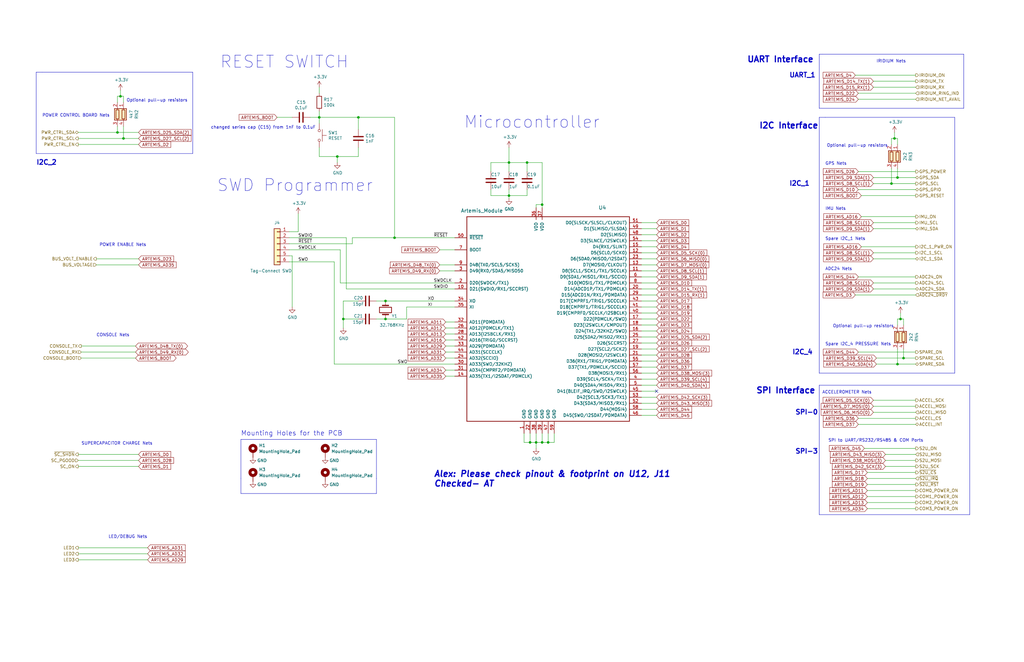
<source format=kicad_sch>
(kicad_sch (version 20230121) (generator eeschema)
  (paper "B")
  (title_block (title "LCP Controller ") (date "2024-07-22") (rev "0.4") (company "NOAA Pacific Marine Environmental Laboratory") (comment 1 "https://github.com/PaulZC/Artemis_Global_Tracker") (comment 2 "Based on Paul Clark's Sparkfun Artemis Global Tracker") (comment 3 "Current Design Updated by: Joseph Kurina") (comment 4 "Current design by: Matt Casari") (comment 5 "Current design modified by: Basharat Martin") (comment 6 "Current Design Updated by: Joseph Kurina"))
  (lib_symbols
    (symbol "Connector_Generic:Conn_01x06" (pin_names (offset 1.016) hide)
      (property "Reference" "J" (at 0 7.62 0))
      (property "Value" "Conn_01x06" (at 0 -10.16 0))
      (symbol "Conn_01x06_1_1"
        (rectangle (start -1.27 -7.493) (end 0 -7.747) (stroke (width 0.1524)))
        (rectangle (start -1.27 -4.953) (end 0 -5.207) (stroke (width 0.1524)))
        (rectangle (start -1.27 -2.413) (end 0 -2.667) (stroke (width 0.1524)))
        (rectangle (start -1.27 0.127) (end 0 -0.127) (stroke (width 0.1524)))
        (rectangle (start -1.27 2.667) (end 0 2.413) (stroke (width 0.1524)))
        (rectangle (start -1.27 5.207) (end 0 4.953) (stroke (width 0.1524)))
        (rectangle (start -1.27 6.35) (end 1.27 -8.89) (stroke (width 0.254)) (fill (type background)))
        (pin passive line (at -5.08 5.08 0) (length 3.81) (name "Pin_1") (number "1"))
        (pin passive line (at -5.08 2.54 0) (length 3.81) (name "Pin_2") (number "2"))
        (pin passive line (at -5.08 0 0) (length 3.81) (name "Pin_3") (number "3"))
        (pin passive line (at -5.08 -2.54 0) (length 3.81) (name "Pin_4") (number "4"))
        (pin passive line (at -5.08 -5.08 0) (length 3.81) (name "Pin_5") (number "5"))
        (pin passive line (at -5.08 -7.62 0) (length 3.81) (name "Pin_6") (number "6"))
      )
    )
    (symbol "Device:C" (pin_numbers hide) (pin_names (offset 0.254))
      (property "Reference" "C" (at 0.635 2.54 0))
      (property "Value" "C" (at 0.635 -2.54 0))
      (symbol "C_0_1"
        (polyline (pts (xy -2.032 -0.762) (xy 2.032 -0.762)) (stroke (width 0.508)))
        (polyline (pts (xy -2.032 0.762) (xy 2.032 0.762)) (stroke (width 0.508)))
      )
      (symbol "C_1_1"
        (pin passive line (at 0 3.81 270) (length 2.794) (name "~") (number "1"))
        (pin passive line (at 0 -3.81 90) (length 2.794) (name "~") (number "2"))
      )
    )
    (symbol "Device:Crystal" (pin_numbers hide) (pin_names (offset 1.016) hide)
      (property "Reference" "Y" (at 0 3.81 0))
      (property "Value" "Crystal" (at 0 -3.81 0))
      (symbol "Crystal_0_1"
        (rectangle (start -1.143 2.54) (end 1.143 -2.54) (stroke (width 0.3048)))
        (polyline (pts (xy -2.54 0) (xy -1.905 0)))
        (polyline (pts (xy -1.905 -1.27) (xy -1.905 1.27)) (stroke (width 0.508)))
        (polyline (pts (xy 1.905 -1.27) (xy 1.905 1.27)) (stroke (width 0.508)))
        (polyline (pts (xy 2.54 0) (xy 1.905 0)))
      )
      (symbol "Crystal_1_1"
        (pin passive line (at -3.81 0 0) (length 1.27) (name "1") (number "1"))
        (pin passive line (at 3.81 0 180) (length 1.27) (name "2") (number "2"))
      )
    )
    (symbol "Device:R" (pin_numbers hide) (pin_names (offset 0))
      (property "Reference" "R" (at 2.032 0 90))
      (property "Value" "R" (at 0 0 90))
      (symbol "R_0_1"
        (rectangle (start -1.016 -2.54) (end 1.016 2.54) (stroke (width 0.254)))
      )
      (symbol "R_1_1"
        (pin passive line (at 0 3.81 270) (length 1.27) (name "~") (number "1"))
        (pin passive line (at 0 -3.81 90) (length 1.27) (name "~") (number "2"))
      )
    )
    (symbol "Device:R_Pack02" (pin_names (offset 0) hide)
      (property "Reference" "RN" (at -5.08 0 90))
      (property "Value" "R_Pack02" (at 2.54 0 90))
      (symbol "R_Pack02_0_1"
        (rectangle (start -3.81 -2.413) (end 1.27 2.413) (stroke (width 0.254)) (fill (type background)))
        (rectangle (start -3.175 1.905) (end -1.905 -1.905) (stroke (width 0.254)))
        (rectangle (start -0.635 1.905) (end 0.635 -1.905) (stroke (width 0.254)))
        (polyline (pts (xy -2.54 -2.54) (xy -2.54 -1.905)))
        (polyline (pts (xy -2.54 1.905) (xy -2.54 2.54)))
        (polyline (pts (xy 0 -2.54) (xy 0 -1.905)))
        (polyline (pts (xy 0 1.905) (xy 0 2.54)))
      )
      (symbol "R_Pack02_1_1"
        (pin passive line (at -2.54 -5.08 90) (length 2.54) (name "R1.1") (number "1"))
        (pin passive line (at 0 -5.08 90) (length 2.54) (name "R2.1") (number "2"))
        (pin passive line (at 0 5.08 270) (length 2.54) (name "R2.2") (number "3"))
        (pin passive line (at -2.54 5.08 270) (length 2.54) (name "R1.2") (number "4"))
      )
    )
    (symbol "Mechanical:MountingHole_Pad" (pin_numbers hide) (pin_names (offset 1.016) hide)
      (property "Reference" "H" (at 0 6.35 0))
      (property "Value" "MountingHole_Pad" (at 0 4.445 0))
      (symbol "MountingHole_Pad_0_1"
        (circle (center 0 1.27) (radius 1.27) (stroke (width 1.27)))
      )
      (symbol "MountingHole_Pad_1_1"
        (pin input line (at 0 -2.54 90) (length 2.54) (name "1") (number "1"))
      )
    )
    (symbol "Sparkfun-Artemis:Artemis_Module" (pin_names (offset 1.016))
      (property "Reference" "U" (at -34.29 45.72 0))
      (property "Value" "Artemis_Module" (at -34.29 43.18 0))
      (symbol "Artemis_Module_1_1"
        (rectangle (start -34.29 40.64) (end 34.29 -45.72) (stroke (width 0.3048)))
        (pin power_in line (at -10.16 -50.8 90) (length 5.08) (name "GND") (number "1"))
        (pin bidirectional line (at -39.37 10.16 0) (length 5.08) (name "D21(SWDIO/RX1/SCCRST)") (number "10"))
        (pin bidirectional line (at 39.37 17.78 180) (length 5.08) (name "D8(SCL1/SCK1/TX1/SCCLK)") (number "11"))
        (pin bidirectional line (at 39.37 25.4 180) (length 5.08) (name "D5(SCL0/SCK0)") (number "12"))
        (pin bidirectional line (at 39.37 20.32 180) (length 5.08) (name "D7(MOSI0/CLKOUT)") (number "13"))
        (pin bidirectional line (at -39.37 -26.67 0) (length 5.08) (name "AD35(TX1/I2SDAT/PDMCLK)") (number "14"))
        (pin bidirectional line (at 39.37 27.94 180) (length 5.08) (name "D4(RX1/SLINT)") (number "15"))
        (pin bidirectional line (at 39.37 -7.62 180) (length 5.08) (name "D24(TX1/32KHZ/SWO)") (number "16"))
        (pin bidirectional line (at 39.37 -2.54 180) (length 5.08) (name "D22(PDMCLK/SWO)") (number "17"))
        (pin bidirectional line (at 39.37 -5.08 180) (length 5.08) (name "D23(I2SWCLK/CMPOUT)") (number "18"))
        (pin bidirectional line (at 39.37 -15.24 180) (length 5.08) (name "D27(SCL2/SCK2)") (number "19"))
        (pin bidirectional line (at -39.37 12.7 0) (length 5.08) (name "D20(SWDCK/TX1)") (number "2"))
        (pin bidirectional line (at 39.37 10.16 180) (length 5.08) (name "D14(ADCD1P/TX1/PDMCLK)") (number "20"))
        (pin bidirectional line (at 39.37 -17.78 180) (length 5.08) (name "D28(MOSI2/I2SWCLK)") (number "21"))
        (pin power_in line (at -7.62 -50.8 90) (length 5.08) (name "GND") (number "22"))
        (pin bidirectional line (at 39.37 22.86 180) (length 5.08) (name "D6(SDA0/MISO0/I2SDAT)") (number "23"))
        (pin bidirectional line (at -39.37 -19.05 0) (length 5.08) (name "AD32(SCCIO)") (number "24"))
        (pin bidirectional line (at 39.37 -10.16 180) (length 5.08) (name "D25(SDA2/MISO2/RX1)") (number "25"))
        (pin bidirectional line (at -39.37 -6.35 0) (length 5.08) (name "AD12(PDMCLK/TX1)") (number "26"))
        (pin bidirectional line (at 39.37 -12.7 180) (length 5.08) (name "D26(SCCRST)") (number "27"))
        (pin bidirectional line (at -39.37 -8.89 0) (length 5.08) (name "AD13(I2SBCLK/RX1)") (number "28"))
        (pin bidirectional line (at 39.37 7.62 180) (length 5.08) (name "D15(ADCD1N/RX1/PDMDATA)") (number "29"))
        (pin bidirectional line (at -39.37 17.78 0) (length 5.08) (name "D49(RX0/SDA5/MISO50") (number "3"))
        (pin bidirectional line (at -39.37 -21.59 0) (length 5.08) (name "AD33(SWO/32KHZ)") (number "30"))
        (pin bidirectional line (at -39.37 -24.13 0) (length 5.08) (name "AD34(CMPRF2/PDMDATA)") (number "31"))
        (pin bidirectional line (at -39.37 -3.81 0) (length 5.08) (name "AD11(PDMDATA)") (number "32"))
        (pin bidirectional line (at -39.37 -13.97 0) (length 5.08) (name "AD29(PDMDATA)") (number "33"))
        (pin input line (at -39.37 5.08 0) (length 5.08) (name "XO") (number "34"))
        (pin input line (at -39.37 2.54 0) (length 5.08) (name "XI") (number "35"))
        (pin power_in line (at -5.08 44.45 270) (length 5.08) (name "VDD") (number "36"))
        (pin power_in line (at -2.54 44.45 270) (length 5.08) (name "VDD") (number "37"))
        (pin power_in line (at -5.08 -50.8 90) (length 5.08) (name "GND") (number "38"))
        (pin power_in line (at -2.54 -50.8 90) (length 5.08) (name "GND") (number "39"))
        (pin bidirectional line (at 39.37 -27.94 180) (length 5.08) (name "D39(SCL4/SCK4/TX1)") (number "4"))
        (pin bidirectional line (at 39.37 0 180) (length 5.08) (name "D19(CMPRF0/SCCLK/I2SBCLK)") (number "40"))
        (pin bidirectional line (at 39.37 2.54 180) (length 5.08) (name "D18(CMPRF1/TRIG1/SCCCLK)") (number "41"))
        (pin bidirectional line (at -39.37 -11.43 0) (length 5.08) (name "AD16(TRIG0/SCCRST)") (number "42"))
        (pin bidirectional line (at 39.37 5.08 180) (length 5.08) (name "D17(CMPRF1/TRIG1/SCCCLK)") (number "43"))
        (pin bidirectional line (at -39.37 -16.51 0) (length 5.08) (name "AD31(SCCCLK)") (number "44"))
        (pin bidirectional line (at 39.37 -33.02 180) (length 5.08) (name "D41(BLEIF_IRQ/SWO/I2SWCLK)") (number "45"))
        (pin bidirectional line (at 39.37 -43.18 180) (length 5.08) (name "D45(SWO/I2SDAT/PDMDATA)") (number "46"))
        (pin power_in line (at 0 -50.8 90) (length 5.08) (name "GND") (number "47"))
        (pin bidirectional line (at 39.37 33.02 180) (length 5.08) (name "D2(SLMISO)") (number "48"))
        (pin bidirectional line (at 39.37 35.56 180) (length 5.08) (name "D1(SLMISO/SLSDA)") (number "49"))
        (pin bidirectional line (at 39.37 -30.48 180) (length 5.08) (name "D40(SDA4/MISO4/RX1)") (number "5"))
        (pin input line (at -39.37 31.75 0) (length 5.08) (name "~{RESET}") (number "50"))
        (pin bidirectional line (at 39.37 38.1 180) (length 5.08) (name "D0(SLSCK/SLSCL/CLKOUT)") (number "51"))
        (pin bidirectional line (at 39.37 -38.1 180) (length 5.08) (name "D43(SDA3/MISO3/RX1)") (number "52"))
        (pin bidirectional line (at 39.37 -35.56 180) (length 5.08) (name "D42(SCL3/SCK3/TX1)") (number "53"))
        (pin bidirectional line (at 39.37 30.48 180) (length 5.08) (name "D3(SLNCE/I2SWCLK)") (number "54"))
        (pin bidirectional line (at 39.37 -20.32 180) (length 5.08) (name "D36(RX1/TRIG1/PDMDATA)") (number "55"))
        (pin bidirectional line (at 39.37 -25.4 180) (length 5.08) (name "D38(MOSI3/RX1)") (number "56"))
        (pin bidirectional line (at 39.37 -22.86 180) (length 5.08) (name "D37(TX1/PDMCLK/SCCIO)") (number "57"))
        (pin bidirectional line (at 39.37 -40.64 180) (length 5.08) (name "D44(MOSI4)") (number "58"))
        (pin power_in line (at 2.54 -50.8 90) (length 5.08) (name "GND") (number "59"))
        (pin bidirectional line (at 39.37 15.24 180) (length 5.08) (name "D9(SDA1/MISO1/RX1/SCCIO)") (number "6"))
        (pin input line (at -39.37 26.67 0) (length 5.08) (name "BOOT") (number "7"))
        (pin bidirectional line (at 39.37 12.7 180) (length 5.08) (name "D10(MOSI1/TX1/PDMCLK)") (number "8"))
        (pin bidirectional line (at -39.37 20.32 0) (length 5.08) (name "D48(TX0/SCL5/SCK5)") (number "9"))
      )
    )
    (symbol "Switch:SW_Push" (pin_numbers hide) (pin_names (offset 1.016) hide)
      (property "Reference" "SW" (at 1.27 2.54 0))
      (property "Value" "SW_Push" (at 0 -1.524 0))
      (symbol "SW_Push_0_1"
        (circle (center -2.032 0) (radius 0.508))
        (polyline (pts (xy 0 1.27) (xy 0 3.048)))
        (polyline (pts (xy 2.54 1.27) (xy -2.54 1.27)))
        (circle (center 2.032 0) (radius 0.508))
        (pin passive line (at -5.08 0 0) (length 2.54) (name "1") (number "1"))
        (pin passive line (at 5.08 0 180) (length 2.54) (name "2") (number "2"))
      )
    )
    (symbol "power:+3.3V" (power) (pin_names (offset 0))
      (property "Value" "+3.3V" (at 0 3.556 0))
      (symbol "+3.3V_0_1"
        (polyline (pts (xy -0.762 1.27) (xy 0 2.54)))
        (polyline (pts (xy 0 0) (xy 0 2.54)))
        (polyline (pts (xy 0 2.54) (xy 0.762 1.27)))
      )
      (symbol "+3.3V_1_1"
        (pin power_in line (at 0 0 90) (length 0) hide (name "+3.3V") (number "1"))
      )
    )
    (symbol "power:GND" (power) (pin_names (offset 0))
      (property "Value" "GND" (at 0 -3.81 0))
      (symbol "GND_0_1"
        (polyline (pts (xy 0 0) (xy 0 -1.27) (xy 1.27 -1.27) (xy 0 -2.54) (xy -1.27 -1.27) (xy 0 -1.27)))
      )
      (symbol "GND_1_1"
        (pin power_in line (at 0 0 270) (length 0) hide (name "GND") (number "1"))
      )
    )
  )
  (junction (at 214.63 68.58))
  (junction (at 162.56 127))
  (junction (at 381 151.13))
  (junction (at 378.46 74.93))
  (junction (at 379.73 134.62))
  (junction (at 378.46 153.67))
  (junction (at 214.63 82.55))
  (junction (at 162.56 134.62))
  (junction (at 231.14 186.69))
  (junction (at 377.19 58.42))
  (junction (at 134.62 49.53))
  (junction (at 144.78 134.62))
  (junction (at 228.6 186.69))
  (junction (at 228.6 86.36))
  (junction (at 151.13 49.53))
  (junction (at 166.37 100.33))
  (junction (at 50.8 40.64))
  (junction (at 223.52 186.69))
  (junction (at 222.25 68.58))
  (junction (at 142.24 66.04))
  (junction (at 49.53 55.88))
  (junction (at 226.06 186.69))
  (junction (at 52.07 58.42))
  (junction (at 375.92 77.47))
  (no_connect (at 276.86 165.1))
  (wire (pts (xy 207.01 72.39) (xy 207.01 68.58)))
  (wire (pts (xy 151.13 49.53) (xy 166.37 49.53)))
  (wire (pts (xy 386.08 196.85) (xy 373.38 196.85)))
  (wire (pts (xy 50.8 38.1) (xy 50.8 40.64)))
  (wire (pts (xy 270.51 116.84) (xy 276.86 116.84)))
  (wire (pts (xy 270.51 106.68) (xy 276.86 106.68)))
  (polyline (pts (xy 345.44 162.56) (xy 408.94 162.56)))
  (wire (pts (xy 270.51 142.24) (xy 276.86 142.24)))
  (wire (pts (xy 191.77 158.75) (xy 187.96 158.75)))
  (wire (pts (xy 386.08 41.91) (xy 361.95 41.91)))
  (wire (pts (xy 49.53 40.64) (xy 50.8 40.64)))
  (wire (pts (xy 228.6 186.69) (xy 226.06 186.69)))
  (wire (pts (xy 361.95 72.39) (xy 386.08 72.39)))
  (wire (pts (xy 191.77 119.38) (xy 143.51 119.38)))
  (wire (pts (xy 191.77 135.89) (xy 187.96 135.89)))
  (wire (pts (xy 368.3 109.22) (xy 386.08 109.22)))
  (wire (pts (xy 378.46 147.32) (xy 378.46 153.67)))
  (wire (pts (xy 158.75 134.62) (xy 162.56 134.62)))
  (wire (pts (xy 228.6 68.58) (xy 228.6 86.36)))
  (wire (pts (xy 134.62 49.53) (xy 134.62 46.99)))
  (wire (pts (xy 146.05 121.92) (xy 191.77 121.92)))
  (polyline (pts (xy 402.59 49.53) (xy 402.59 157.48)))
  (wire (pts (xy 49.53 55.88) (xy 58.42 55.88)))
  (wire (pts (xy 386.08 179.07) (xy 361.95 179.07)))
  (wire (pts (xy 151.13 54.61) (xy 151.13 49.53)))
  (wire (pts (xy 166.37 100.33) (xy 191.77 100.33)))
  (wire (pts (xy 233.68 186.69) (xy 231.14 186.69)))
  (wire (pts (xy 270.51 175.26) (xy 276.86 175.26)))
  (wire (pts (xy 185.42 114.3) (xy 191.77 114.3)))
  (wire (pts (xy 276.86 127) (xy 270.51 127)))
  (wire (pts (xy 58.42 191.77) (xy 33.02 191.77)))
  (wire (pts (xy 365.76 207.01) (xy 386.08 207.01)))
  (wire (pts (xy 368.3 121.92) (xy 386.08 121.92)))
  (wire (pts (xy 187.96 156.21) (xy 191.77 156.21)))
  (wire (pts (xy 191.77 153.67) (xy 140.97 153.67)))
  (wire (pts (xy 151.13 127) (xy 144.78 127)))
  (wire (pts (xy 368.3 96.52) (xy 386.08 96.52)))
  (wire (pts (xy 121.92 97.79) (xy 125.73 97.79)))
  (wire (pts (xy 148.59 102.87) (xy 148.59 100.33)))
  (wire (pts (xy 191.77 140.97) (xy 187.96 140.97)))
  (wire (pts (xy 276.86 157.48) (xy 270.51 157.48)))
  (wire (pts (xy 276.86 152.4) (xy 270.51 152.4)))
  (wire (pts (xy 368.3 93.98) (xy 386.08 93.98)))
  (wire (pts (xy 134.62 62.23) (xy 134.62 66.04)))
  (wire (pts (xy 191.77 111.76) (xy 185.42 111.76)))
  (polyline (pts (xy 346.71 22.86) (xy 406.4 22.86)))
  (wire (pts (xy 270.51 154.94) (xy 276.86 154.94)))
  (polyline (pts (xy 402.59 157.48) (xy 345.44 157.48)))
  (wire (pts (xy 228.6 182.88) (xy 228.6 186.69)))
  (polyline (pts (xy 345.44 157.48) (xy 345.44 49.53)))
  (wire (pts (xy 375.92 58.42) (xy 375.92 60.96)))
  (polyline (pts (xy 101.6 201.93) (xy 101.6 208.28)))
  (wire (pts (xy 228.6 86.36) (xy 228.6 87.63)))
  (wire (pts (xy 379.73 132.08) (xy 379.73 134.62)))
  (polyline (pts (xy 345.44 22.86) (xy 346.71 22.86)))
  (wire (pts (xy 386.08 80.01) (xy 361.95 80.01)))
  (wire (pts (xy 377.19 58.42) (xy 378.46 58.42)))
  (wire (pts (xy 151.13 134.62) (xy 144.78 134.62)))
  (wire (pts (xy 171.45 134.62) (xy 162.56 134.62)))
  (wire (pts (xy 276.86 114.3) (xy 270.51 114.3)))
  (wire (pts (xy 143.51 105.41) (xy 143.51 119.38)))
  (wire (pts (xy 121.92 105.41) (xy 143.51 105.41)))
  (wire (pts (xy 50.8 40.64) (xy 52.07 40.64)))
  (wire (pts (xy 52.07 40.64) (xy 52.07 43.18)))
  (wire (pts (xy 231.14 186.69) (xy 228.6 186.69)))
  (wire (pts (xy 214.63 62.23) (xy 214.63 68.58)))
  (wire (pts (xy 222.25 72.39) (xy 222.25 68.58)))
  (wire (pts (xy 363.22 91.44) (xy 386.08 91.44)))
  (wire (pts (xy 134.62 36.83) (xy 134.62 39.37)))
  (wire (pts (xy 270.51 109.22) (xy 276.86 109.22)))
  (wire (pts (xy 276.86 93.98) (xy 270.51 93.98)))
  (wire (pts (xy 226.06 182.88) (xy 226.06 186.69)))
  (wire (pts (xy 33.02 55.88) (xy 49.53 55.88)))
  (wire (pts (xy 125.73 90.17) (xy 125.73 97.79)))
  (wire (pts (xy 375.92 77.47) (xy 386.08 77.47)))
  (wire (pts (xy 220.98 182.88) (xy 220.98 186.69)))
  (wire (pts (xy 369.57 151.13) (xy 381 151.13)))
  (wire (pts (xy 226.06 87.63) (xy 226.06 86.36)))
  (wire (pts (xy 270.51 134.62) (xy 276.86 134.62)))
  (polyline (pts (xy 345.44 49.53) (xy 347.98 49.53)))
  (wire (pts (xy 62.23 231.14) (xy 33.02 231.14)))
  (wire (pts (xy 386.08 153.67) (xy 378.46 153.67)))
  (wire (pts (xy 386.08 168.91) (xy 368.3 168.91)))
  (polyline (pts (xy 17.78 30.48) (xy 81.28 30.48)))
  (wire (pts (xy 386.08 31.75) (xy 360.68 31.75)))
  (wire (pts (xy 365.76 212.09) (xy 386.08 212.09)))
  (wire (pts (xy 276.86 172.72) (xy 270.51 172.72)))
  (wire (pts (xy 368.3 74.93) (xy 378.46 74.93)))
  (wire (pts (xy 368.3 34.29) (xy 386.08 34.29)))
  (wire (pts (xy 151.13 62.23) (xy 151.13 66.04)))
  (wire (pts (xy 134.62 52.07) (xy 134.62 49.53)))
  (wire (pts (xy 191.77 146.05) (xy 187.96 146.05)))
  (wire (pts (xy 276.86 137.16) (xy 270.51 137.16)))
  (wire (pts (xy 222.25 82.55) (xy 222.25 80.01)))
  (wire (pts (xy 207.01 80.01) (xy 207.01 82.55)))
  (wire (pts (xy 220.98 186.69) (xy 223.52 186.69)))
  (wire (pts (xy 130.81 49.53) (xy 134.62 49.53)))
  (wire (pts (xy 214.63 82.55) (xy 222.25 82.55)))
  (polyline (pts (xy 101.6 185.42) (xy 101.6 201.93)))
  (wire (pts (xy 214.63 80.01) (xy 214.63 82.55)))
  (wire (pts (xy 34.29 151.13) (xy 57.15 151.13)))
  (wire (pts (xy 62.23 236.22) (xy 33.02 236.22)))
  (wire (pts (xy 375.92 71.12) (xy 375.92 77.47)))
  (wire (pts (xy 121.92 100.33) (xy 146.05 100.33)))
  (polyline (pts (xy 345.44 162.56) (xy 345.44 217.17)))
  (wire (pts (xy 276.86 119.38) (xy 270.51 119.38)))
  (wire (pts (xy 386.08 148.59) (xy 361.95 148.59)))
  (wire (pts (xy 276.86 147.32) (xy 270.51 147.32)))
  (wire (pts (xy 226.06 186.69) (xy 226.06 189.23)))
  (wire (pts (xy 207.01 68.58) (xy 214.63 68.58)))
  (wire (pts (xy 270.51 165.1) (xy 276.86 165.1)))
  (polyline (pts (xy 81.28 30.48) (xy 81.28 64.77)))
  (wire (pts (xy 379.73 134.62) (xy 381 134.62)))
  (wire (pts (xy 140.97 153.67) (xy 140.97 110.49)))
  (wire (pts (xy 52.07 58.42) (xy 58.42 58.42)))
  (wire (pts (xy 121.92 110.49) (xy 140.97 110.49)))
  (wire (pts (xy 52.07 53.34) (xy 52.07 58.42)))
  (wire (pts (xy 276.86 132.08) (xy 270.51 132.08)))
  (wire (pts (xy 142.24 66.04) (xy 142.24 68.58)))
  (wire (pts (xy 276.86 124.46) (xy 270.51 124.46)))
  (wire (pts (xy 386.08 124.46) (xy 360.68 124.46)))
  (wire (pts (xy 386.08 173.99) (xy 368.3 173.99)))
  (wire (pts (xy 151.13 49.53) (xy 134.62 49.53)))
  (wire (pts (xy 276.86 99.06) (xy 270.51 99.06)))
  (wire (pts (xy 123.19 49.53) (xy 116.84 49.53)))
  (polyline (pts (xy 101.6 185.42) (xy 158.75 185.42)))
  (wire (pts (xy 144.78 134.62) (xy 144.78 138.43)))
  (polyline (pts (xy 81.28 64.77) (xy 15.24 64.77)))
  (wire (pts (xy 207.01 82.55) (xy 214.63 82.55)))
  (wire (pts (xy 276.86 139.7) (xy 270.51 139.7)))
  (wire (pts (xy 158.75 127) (xy 162.56 127)))
  (wire (pts (xy 368.3 106.68) (xy 386.08 106.68)))
  (wire (pts (xy 386.08 214.63) (xy 365.76 214.63)))
  (polyline (pts (xy 408.94 162.56) (xy 408.94 217.17)))
  (wire (pts (xy 171.45 129.54) (xy 171.45 134.62)))
  (wire (pts (xy 270.51 170.18) (xy 276.86 170.18)))
  (wire (pts (xy 386.08 119.38) (xy 368.3 119.38)))
  (wire (pts (xy 58.42 196.85) (xy 33.02 196.85)))
  (wire (pts (xy 386.08 201.93) (xy 365.76 201.93)))
  (wire (pts (xy 364.49 189.23) (xy 386.08 189.23)))
  (wire (pts (xy 378.46 134.62) (xy 379.73 134.62)))
  (wire (pts (xy 33.02 58.42) (xy 52.07 58.42)))
  (wire (pts (xy 375.92 58.42) (xy 377.19 58.42)))
  (wire (pts (xy 191.77 105.41) (xy 185.42 105.41)))
  (wire (pts (xy 223.52 186.69) (xy 226.06 186.69)))
  (polyline (pts (xy 158.75 201.93) (xy 158.75 208.28)))
  (wire (pts (xy 187.96 148.59) (xy 191.77 148.59)))
  (wire (pts (xy 231.14 182.88) (xy 231.14 186.69)))
  (wire (pts (xy 361.95 116.84) (xy 386.08 116.84)))
  (polyline (pts (xy 347.98 49.53) (xy 402.59 49.53)))
  (wire (pts (xy 49.53 53.34) (xy 49.53 55.88)))
  (wire (pts (xy 361.95 39.37) (xy 386.08 39.37)))
  (wire (pts (xy 214.63 68.58) (xy 222.25 68.58)))
  (wire (pts (xy 151.13 66.04) (xy 142.24 66.04)))
  (wire (pts (xy 378.46 153.67) (xy 369.57 153.67)))
  (wire (pts (xy 162.56 127) (xy 191.77 127)))
  (wire (pts (xy 368.3 77.47) (xy 375.92 77.47)))
  (wire (pts (xy 191.77 151.13) (xy 187.96 151.13)))
  (polyline (pts (xy 345.44 45.72) (xy 345.44 22.86)))
  (wire (pts (xy 377.19 55.88) (xy 377.19 58.42)))
  (polyline (pts (xy 406.4 45.72) (xy 345.44 45.72)))
  (wire (pts (xy 270.51 104.14) (xy 276.86 104.14)))
  (wire (pts (xy 146.05 100.33) (xy 146.05 121.92)))
  (wire (pts (xy 276.86 162.56) (xy 270.51 162.56)))
  (wire (pts (xy 187.96 138.43) (xy 191.77 138.43)))
  (wire (pts (xy 386.08 209.55) (xy 365.76 209.55)))
  (wire (pts (xy 381 147.32) (xy 381 151.13)))
  (wire (pts (xy 270.51 160.02) (xy 276.86 160.02)))
  (wire (pts (xy 233.68 182.88) (xy 233.68 186.69)))
  (wire (pts (xy 187.96 143.51) (xy 191.77 143.51)))
  (wire (pts (xy 49.53 40.64) (xy 49.53 43.18)))
  (wire (pts (xy 378.46 74.93) (xy 386.08 74.93)))
  (wire (pts (xy 34.29 146.05) (xy 57.15 146.05)))
  (polyline (pts (xy 158.75 185.42) (xy 158.75 201.93)))
  (wire (pts (xy 123.19 107.95) (xy 121.92 107.95)))
  (wire (pts (xy 33.02 194.31) (xy 58.42 194.31)))
  (wire (pts (xy 361.95 176.53) (xy 386.08 176.53)))
  (wire (pts (xy 123.19 107.95) (xy 123.19 129.54)))
  (wire (pts (xy 40.64 111.76) (xy 58.42 111.76)))
  (wire (pts (xy 214.63 83.82) (xy 214.63 82.55)))
  (polyline (pts (xy 15.24 30.48) (xy 17.78 30.48)))
  (wire (pts (xy 148.59 100.33) (xy 166.37 100.33)))
  (wire (pts (xy 363.22 82.55) (xy 386.08 82.55)))
  (wire (pts (xy 381 134.62) (xy 381 137.16)))
  (wire (pts (xy 34.29 148.59) (xy 57.15 148.59)))
  (wire (pts (xy 214.63 72.39) (xy 214.63 68.58)))
  (polyline (pts (xy 408.94 217.17) (xy 345.44 217.17)))
  (wire (pts (xy 144.78 127) (xy 144.78 134.62)))
  (wire (pts (xy 166.37 49.53) (xy 166.37 100.33)))
  (wire (pts (xy 365.76 199.39) (xy 386.08 199.39)))
  (polyline (pts (xy 406.4 22.86) (xy 406.4 45.72)))
  (wire (pts (xy 368.3 171.45) (xy 386.08 171.45)))
  (wire (pts (xy 121.92 102.87) (xy 148.59 102.87)))
  (wire (pts (xy 363.22 104.14) (xy 386.08 104.14)))
  (wire (pts (xy 40.64 109.22) (xy 58.42 109.22)))
  (wire (pts (xy 223.52 182.88) (xy 223.52 186.69)))
  (wire (pts (xy 33.02 60.96) (xy 58.42 60.96)))
  (wire (pts (xy 270.51 129.54) (xy 276.86 129.54)))
  (wire (pts (xy 386.08 191.77) (xy 373.38 191.77)))
  (wire (pts (xy 276.86 144.78) (xy 270.51 144.78)))
  (wire (pts (xy 222.25 68.58) (xy 228.6 68.58)))
  (wire (pts (xy 365.76 204.47) (xy 386.08 204.47)))
  (wire (pts (xy 378.46 71.12) (xy 378.46 74.93)))
  (wire (pts (xy 270.51 121.92) (xy 276.86 121.92)))
  (wire (pts (xy 378.46 58.42) (xy 378.46 60.96)))
  (wire (pts (xy 270.51 111.76) (xy 276.86 111.76)))
  (wire (pts (xy 276.86 167.64) (xy 270.51 167.64)))
  (wire (pts (xy 191.77 129.54) (xy 171.45 129.54)))
  (wire (pts (xy 33.02 233.68) (xy 62.23 233.68)))
  (wire (pts (xy 386.08 36.83) (xy 368.3 36.83)))
  (wire (pts (xy 381 151.13) (xy 386.08 151.13)))
  (polyline (pts (xy 15.24 64.77) (xy 15.24 30.48)))
  (wire (pts (xy 270.51 149.86) (xy 276.86 149.86)))
  (wire (pts (xy 134.62 66.04) (xy 142.24 66.04)))
  (wire (pts (xy 270.51 101.6) (xy 276.86 101.6)))
  (wire (pts (xy 270.51 96.52) (xy 276.86 96.52)))
  (wire (pts (xy 373.38 194.31) (xy 386.08 194.31)))
  (wire (pts (xy 378.46 134.62) (xy 378.46 137.16)))
  (polyline (pts (xy 158.75 208.28) (xy 101.6 208.28)))
  (wire (pts (xy 226.06 86.36) (xy 228.6 86.36)))
  (text "Mounting Holes for the PCB" (at 101.6 184.15 0) (effects (font (size 2 2)) (justify left bottom)))
  (text "CONSOLE Nets" (at 40.64 142.24 0) (effects (font (size 1.27 1.27)) (justify left bottom)))
  (text "I2C_4" (at 334.01 149.86 0) (effects (font (size 2 2) bold) (justify left bottom)))
  (text "UART_1" (at 332.74 33.02 0) (effects (font (size 2 2) bold) (justify left bottom)))
  (text "ADC24 Nets" (at 347.98 114.3 0) (effects (font (size 1.27 1.27)) (justify left bottom)))
  (text "POWER ENABLE Nets" (at 41.91 104.14 0) (effects (font (size 1.27 1.27)) (justify left bottom)))
  (text "SUPERCAPACITOR CHARGE Nets" (at 34.29 187.96 0) (effects (font (size 1.27 1.27)) (justify left bottom)))
  (text "Microcontroller" (at 195.58 54.61 0) (effects (font (size 5.08 5.08)) (justify left bottom)))
  (text "GPS Nets" (at 347.98 69.85 0) (effects (font (size 1.27 1.27)) (justify left bottom)))
  (text "LED/DEBUG Nets" (at 45.72 227.33 0) (effects (font (size 1.27 1.27)) (justify left bottom)))
  (text "Spare I2C_4 PRESSURE Nets" (at 347.98 146.05 0) (effects (font (size 1.27 1.27)) (justify left bottom)))
  (text "IMU Nets" (at 347.98 88.9 0) (effects (font (size 1.27 1.27)) (justify left bottom)))
  (text "POWER CONTROL BOARD Nets" (at 17.78 49.53 0) (effects (font (size 1.27 1.27)) (justify left bottom)))
  (text "Optional pull-up resistors\n" (at 348.615 62.23 0) (effects (font (size 1.27 1.27)) (justify left bottom)))
  (text "I2C_2" (at 15.24 69.85 0) (effects (font (size 2 2) bold) (justify left bottom)))
  (text "SWD Programmer" (at 91.44 81.28 0) (effects (font (size 5.08 5.08)) (justify left bottom)))
  (text "RESET SWITCH" (at 92.71 29.21 0) (effects (font (size 5.08 5.08)) (justify left bottom)))
  (text "Optional pull-up resistors\n" (at 351.155 138.43 0) (effects (font (size 1.27 1.27)) (justify left bottom)))
  (text "UART Interface" (at 314.96 26.67 0) (effects (font (size 2.5 2.5) bold) (justify left bottom)))
  (text "IRIDIUM Nets" (at 369.57 26.67 0) (effects (font (size 1.27 1.27)) (justify left bottom)))
  (text "Spare I2C_1 Nets" (at 347.98 101.6 0) (effects (font (size 1.27 1.27)) (justify left bottom)))
  (text "changed series cap (C15) from 1nF to 0.1uF" (at 88.9 54.61 0) (effects (font (size 1.27 1.27)) (justify left bottom)))
  (text "I2C Interface" (at 320.04 54.61 0) (effects (font (size 2.5 2.5) (thickness 0.5) bold) (justify left bottom)))
  (text "SPI-0" (at 335.28 175.26 0) (effects (font (size 2 2) bold) (justify left bottom)))
  (text "ACCELEROMETER Nets" (at 346.71 166.37 0) (effects (font (size 1.27 1.27)) (justify left bottom)))
  (text "SPI Interface" (at 318.77 166.37 0) (effects (font (size 2.5 2.5) bold) (justify left bottom)))
  (text "SPI to UART/RS232/RS485 & COM Ports" (at 349.25 186.69 0) (effects (font (size 1.27 1.27)) (justify left bottom)))
  (text "SPI-3" (at 335.28 191.77 0) (effects (font (size 2 2) bold) (justify left bottom)))
  (text "Optional pull-up resistors\n" (at 53.34 43.18 0) (effects (font (size 1.27 1.27)) (justify left bottom)))
  (text "I2C_1" (at 332.74 78.74 0) (effects (font (size 2 2) bold) (justify left bottom)))
  (text "Alex: Please check pinout & footprint on U12, J11\nChecked- AT" (at 182.88 205.74 0) (effects (font (size 2.54 2.54) (thickness 0.508) bold italic) (justify left bottom)))
  (label "SWO" (at 125.73 110.49 0))
  (label "SWDIO" (at 182.88 121.92 0))
  (label "SWO" (at 167.64 153.67 0))
  (label "XO" (at 180.34 127 0))
  (label "SWDIO" (at 125.73 100.33 0))
  (label "SWDCLK" (at 182.88 119.38 0))
  (label "XI" (at 180.34 129.54 0))
  (label "~{RESET}" (at 125.73 102.87 0))
  (label "SWDCLK" (at 125.73 105.41 0))
  (label "~{RESET}" (at 182.88 100.33 0))
  (global_label "ARTEMIS_AD35" (shape input) (at 187.96 158.75 180) (property "Intersheetrefs" "${INTERSHEET_REFS}" (effects hide)))
  (global_label "ARTEMIS_D24" (shape input) (at 276.86 139.7 0) (property "Intersheetrefs" "${INTERSHEET_REFS}" (effects hide)))
  (global_label "ARTEMIS_D27_SCL(2)" (shape input) (at 276.86 147.32 0) (property "Intersheetrefs" "${INTERSHEET_REFS}" (effects hide)))
  (global_label "ARTEMIS_D43_MISO(3)" (shape input) (at 373.38 191.77 180) (property "Intersheetrefs" "${INTERSHEET_REFS}" (effects hide)))
  (global_label "ARTEMIS_AD29" (shape input) (at 187.96 146.05 180) (property "Intersheetrefs" "${INTERSHEET_REFS}" (effects hide)))
  (global_label "ARTEMIS_AD32" (shape input) (at 62.23 233.68 0) (property "Intersheetrefs" "${INTERSHEET_REFS}" (effects hide)))
  (global_label "ARTEMIS_D7_MOSI(0)" (shape input) (at 276.86 111.76 0) (property "Intersheetrefs" "${INTERSHEET_REFS}" (effects hide)))
  (global_label "ARTEMIS_D40_SDA(4)" (shape input) (at 369.57 153.67 180) (property "Intersheetrefs" "${INTERSHEET_REFS}" (effects hide)))
  (global_label "ARTEMIS_D10" (shape input) (at 276.86 119.38 0) (property "Intersheetrefs" "${INTERSHEET_REFS}" (effects hide)))
  (global_label "ARTEMIS_D37" (shape input) (at 276.86 154.94 0) (property "Intersheetrefs" "${INTERSHEET_REFS}" (effects hide)))
  (global_label "ARTEMIS_D28" (shape input) (at 276.86 149.86 0) (property "Intersheetrefs" "${INTERSHEET_REFS}" (effects hide)))
  (global_label "ARTEMIS_D3" (shape input) (at 360.68 124.46 180) (property "Intersheetrefs" "${INTERSHEET_REFS}" (effects hide)))
  (global_label "ARTEMIS_D36" (shape input) (at 276.86 152.4 0) (property "Intersheetrefs" "${INTERSHEET_REFS}" (effects hide)))
  (global_label "ARTEMIS_D36" (shape input) (at 361.95 176.53 180) (property "Intersheetrefs" "${INTERSHEET_REFS}" (effects hide)))
  (global_label "ARTEMIS_D15_RX(1)" (shape input) (at 276.86 124.46 0) (property "Intersheetrefs" "${INTERSHEET_REFS}" (effects hide)))
  (global_label "ARTEMIS_D2" (shape input) (at 58.42 60.96 0) (property "Intersheetrefs" "${INTERSHEET_REFS}" (effects hide)))
  (global_label "ARTEMIS_D4" (shape input) (at 360.68 31.75 180) (property "Intersheetrefs" "${INTERSHEET_REFS}" (effects hide)))
  (global_label "ARTEMIS_D23" (shape input) (at 276.86 137.16 0) (property "Intersheetrefs" "${INTERSHEET_REFS}" (effects hide)))
  (global_label "ARTEMIS_AD31" (shape input) (at 187.96 148.59 180) (property "Intersheetrefs" "${INTERSHEET_REFS}" (effects hide)))
  (global_label "ARTEMIS_D40_SDA(4)" (shape input) (at 276.86 162.56 0) (property "Intersheetrefs" "${INTERSHEET_REFS}" (effects hide)))
  (global_label "ARTEMIS_AD11" (shape input) (at 365.76 207.01 180) (property "Intersheetrefs" "${INTERSHEET_REFS}" (effects hide)))
  (global_label "ARTEMIS_AD16" (shape input) (at 187.96 143.51 180) (property "Intersheetrefs" "${INTERSHEET_REFS}" (effects hide)))
  (global_label "ARTEMIS_D3" (shape input) (at 276.86 101.6 0) (property "Intersheetrefs" "${INTERSHEET_REFS}" (effects hide)))
  (global_label "ARTEMIS_D8_SCL(1)" (shape input) (at 276.86 114.3 0) (property "Intersheetrefs" "${INTERSHEET_REFS}" (effects hide)))
  (global_label "ARTEMIS_AD29" (shape input) (at 62.23 236.22 0) (property "Intersheetrefs" "${INTERSHEET_REFS}" (effects hide)))
  (global_label "ARTEMIS_D9_SDA(1)" (shape input) (at 368.3 74.93 180) (property "Intersheetrefs" "${INTERSHEET_REFS}" (effects hide)))
  (global_label "ARTEMIS_D8_SCL(1)" (shape input) (at 368.3 106.68 180) (property "Intersheetrefs" "${INTERSHEET_REFS}" (effects hide)))
  (global_label "ARTEMIS_D44" (shape input) (at 361.95 116.84 180) (property "Intersheetrefs" "${INTERSHEET_REFS}" (effects hide)))
  (global_label "ARTEMIS_D7_MOSI(0)" (shape input) (at 368.3 171.45 180) (property "Intersheetrefs" "${INTERSHEET_REFS}" (effects hide)))
  (global_label "ARTEMIS_D39_SCL(4)" (shape input) (at 369.57 151.13 180) (property "Intersheetrefs" "${INTERSHEET_REFS}" (effects hide)))
  (global_label "ARTEMIS_D0" (shape input) (at 276.86 93.98 0) (property "Intersheetrefs" "${INTERSHEET_REFS}" (effects hide)))
  (global_label "ARTEMIS_D42_SCK(3)" (shape input) (at 373.38 196.85 180) (property "Intersheetrefs" "${INTERSHEET_REFS}" (effects hide)))
  (global_label "ARTEMIS_BOOT" (shape input) (at 363.22 82.55 180) (property "Intersheetrefs" "${INTERSHEET_REFS}" (effects hide)))
  (global_label "ARTEMIS_D38_MOSI(3)" (shape input) (at 276.86 157.48 0) (property "Intersheetrefs" "${INTERSHEET_REFS}" (effects hide)))
  (global_label "ARTEMIS_D44" (shape input) (at 361.95 148.59 180) (property "Intersheetrefs" "${INTERSHEET_REFS}" (effects hide)))
  (global_label "ARTEMIS_D9_SDA(1)" (shape input) (at 368.3 121.92 180) (property "Intersheetrefs" "${INTERSHEET_REFS}" (effects hide)))
  (global_label "ARTEMIS_D1" (shape input) (at 276.86 96.52 0) (property "Intersheetrefs" "${INTERSHEET_REFS}" (effects hide)))
  (global_label "ARTEMIS_D4" (shape input) (at 276.86 104.14 0) (property "Intersheetrefs" "${INTERSHEET_REFS}" (effects hide)))
  (global_label "ARTEMIS_D26" (shape input) (at 276.86 144.78 0) (property "Intersheetrefs" "${INTERSHEET_REFS}" (effects hide)))
  (global_label "ARTEMIS_D22" (shape input) (at 276.86 134.62 0) (property "Intersheetrefs" "${INTERSHEET_REFS}" (effects hide)))
  (global_label "ARTEMIS_D5_SCK(0)" (shape input) (at 276.86 106.68 0) (property "Intersheetrefs" "${INTERSHEET_REFS}" (effects hide)))
  (global_label "ARTEMIS_D18" (shape input) (at 276.86 129.54 0) (property "Intersheetrefs" "${INTERSHEET_REFS}" (effects hide)))
  (global_label "ARTEMIS_D45" (shape input) (at 364.49 189.23 180) (property "Intersheetrefs" "${INTERSHEET_REFS}" (effects hide)))
  (global_label "ARTEMIS_D15_RX(1)" (shape input) (at 368.3 36.83 180) (property "Intersheetrefs" "${INTERSHEET_REFS}" (effects hide)))
  (global_label "ARTEMIS_D39_SCL(4)" (shape input) (at 276.86 160.02 0) (property "Intersheetrefs" "${INTERSHEET_REFS}" (effects hide)))
  (global_label "ARTEMIS_D48_TX(0)" (shape input) (at 185.42 111.76 180) (property "Intersheetrefs" "${INTERSHEET_REFS}" (effects hide)))
  (global_label "ARTEMIS_D9_SDA(1)" (shape input) (at 368.3 109.22 180) (property "Intersheetrefs" "${INTERSHEET_REFS}" (effects hide)))
  (global_label "ARTEMIS_AD12" (shape input) (at 187.96 138.43 180) (property "Intersheetrefs" "${INTERSHEET_REFS}" (effects hide)))
  (global_label "ARTEMIS_D14_TX(1)" (shape input) (at 368.3 34.29 180) (property "Intersheetrefs" "${INTERSHEET_REFS}" (effects hide)))
  (global_label "ARTEMIS_D2" (shape input) (at 276.86 99.06 0) (property "Intersheetrefs" "${INTERSHEET_REFS}" (effects hide)))
  (global_label "ARTEMIS_D22" (shape input) (at 361.95 39.37 180) (property "Intersheetrefs" "${INTERSHEET_REFS}" (effects hide)))
  (global_label "ARTEMIS_D23" (shape input) (at 58.42 109.22 0) (property "Intersheetrefs" "${INTERSHEET_REFS}" (effects hide)))
  (global_label "ARTEMIS_D42_SCK(3)" (shape input) (at 276.86 167.64 0) (property "Intersheetrefs" "${INTERSHEET_REFS}" (effects hide)))
  (global_label "ARTEMIS_AD12" (shape input) (at 365.76 209.55 180) (property "Intersheetrefs" "${INTERSHEET_REFS}" (effects hide)))
  (global_label "ARTEMIS_D6_MISO(0)" (shape input) (at 368.3 173.99 180) (property "Intersheetrefs" "${INTERSHEET_REFS}" (effects hide)))
  (global_label "ARTEMIS_AD34" (shape input) (at 187.96 156.21 180) (property "Intersheetrefs" "${INTERSHEET_REFS}" (effects hide)))
  (global_label "ARTEMIS_D49_RX(0)" (shape input) (at 185.42 114.3 180) (property "Intersheetrefs" "${INTERSHEET_REFS}" (effects hide)))
  (global_label "ARTEMIS_AD31" (shape input) (at 62.23 231.14 0) (property "Intersheetrefs" "${INTERSHEET_REFS}" (effects hide)))
  (global_label "ARTEMIS_D6_MISO(0)" (shape input) (at 276.86 109.22 0) (property "Intersheetrefs" "${INTERSHEET_REFS}" (effects hide)))
  (global_label "ARTEMIS_D8_SCL(1)" (shape input) (at 368.3 93.98 180) (property "Intersheetrefs" "${INTERSHEET_REFS}" (effects hide)))
  (global_label "ARTEMIS_D27_SCL(2)" (shape input) (at 58.42 58.42 0) (property "Intersheetrefs" "${INTERSHEET_REFS}" (effects hide)))
  (global_label "ARTEMIS_D18" (shape input) (at 365.76 201.93 180) (property "Intersheetrefs" "${INTERSHEET_REFS}" (effects hide)))
  (global_label "ARTEMIS_D1" (shape input) (at 58.42 196.85 0) (property "Intersheetrefs" "${INTERSHEET_REFS}" (effects hide)))
  (global_label "ARTEMIS_D25_SDA(2)" (shape input) (at 276.86 142.24 0) (property "Intersheetrefs" "${INTERSHEET_REFS}" (effects hide)))
  (global_label "ARTEMIS_D8_SCL(1)" (shape input) (at 368.3 77.47 180) (property "Intersheetrefs" "${INTERSHEET_REFS}" (effects hide)))
  (global_label "ARTEMIS_D14_TX(1)" (shape input) (at 276.86 121.92 0) (property "Intersheetrefs" "${INTERSHEET_REFS}" (effects hide)))
  (global_label "ARTEMIS_D28" (shape input) (at 58.42 194.31 0) (property "Intersheetrefs" "${INTERSHEET_REFS}" (effects hide)))
  (global_label "ARTEMIS_D24" (shape input) (at 361.95 41.91 180) (property "Intersheetrefs" "${INTERSHEET_REFS}" (effects hide)))
  (global_label "ARTEMIS_D8_SCL(1)" (shape input) (at 368.3 119.38 180) (property "Intersheetrefs" "${INTERSHEET_REFS}" (effects hide)))
  (global_label "ARTEMIS_D43_MISO(3)" (shape input) (at 276.86 170.18 0) (property "Intersheetrefs" "${INTERSHEET_REFS}" (effects hide)))
  (global_label "ARTEMIS_BOOT" (shape bidirectional) (at 57.15 151.13 0) (property "Intersheetrefs" "${INTERSHEET_REFS}" (effects hide)))
  (global_label "ARTEMIS_D19" (shape input) (at 276.86 132.08 0) (property "Intersheetrefs" "${INTERSHEET_REFS}" (effects hide)))
  (global_label "ARTEMIS_AD16" (shape input) (at 363.22 104.14 180) (property "Intersheetrefs" "${INTERSHEET_REFS}" (effects hide)))
  (global_label "ARTEMIS_D10" (shape input) (at 361.95 80.01 180) (property "Intersheetrefs" "${INTERSHEET_REFS}" (effects hide)))
  (global_label "ARTEMIS_BOOT" (shape input) (at 185.42 105.41 180) (property "Intersheetrefs" "${INTERSHEET_REFS}" (effects hide)))
  (global_label "ARTEMIS_D45" (shape input) (at 276.86 175.26 0) (property "Intersheetrefs" "${INTERSHEET_REFS}" (effects hide)))
  (global_label "ARTEMIS_D25_SDA(2)" (shape input) (at 58.42 55.88 0) (property "Intersheetrefs" "${INTERSHEET_REFS}" (effects hide)))
  (global_label "ARTEMIS_D48_TX(0)" (shape bidirectional) (at 57.15 146.05 0) (property "Intersheetrefs" "${INTERSHEET_REFS}" (effects hide)))
  (global_label "ARTEMIS_D17" (shape input) (at 276.86 127 0) (property "Intersheetrefs" "${INTERSHEET_REFS}" (effects hide)))
  (global_label "ARTEMIS_AD35" (shape input) (at 58.42 111.76 0) (property "Intersheetrefs" "${INTERSHEET_REFS}" (effects hide)))
  (global_label "ARTEMIS_D0" (shape input) (at 58.42 191.77 0) (property "Intersheetrefs" "${INTERSHEET_REFS}" (effects hide)))
  (global_label "ARTEMIS_D49_RX(0)" (shape bidirectional) (at 57.15 148.59 0) (property "Intersheetrefs" "${INTERSHEET_REFS}" (effects hide)))
  (global_label "ARTEMIS_D26" (shape input) (at 361.95 72.39 180) (property "Intersheetrefs" "${INTERSHEET_REFS}" (effects hide)))
  (global_label "ARTEMIS_AD11" (shape input) (at 187.96 135.89 180) (property "Intersheetrefs" "${INTERSHEET_REFS}" (effects hide)))
  (global_label "ARTEMIS_D9_SDA(1)" (shape input) (at 368.3 96.52 180) (property "Intersheetrefs" "${INTERSHEET_REFS}" (effects hide)))
  (global_label "ARTEMIS_D17" (shape input) (at 365.76 199.39 180) (property "Intersheetrefs" "${INTERSHEET_REFS}" (effects hide)))
  (global_label "ARTEMIS_D9_SDA(1)" (shape input) (at 276.86 116.84 0) (property "Intersheetrefs" "${INTERSHEET_REFS}" (effects hide)))
  (global_label "ARTEMIS_BOOT" (shape input) (at 116.84 49.53 180) (property "Intersheetrefs" "${INTERSHEET_REFS}" (effects hide)))
  (global_label "ARTEMIS_D5_SCK(0)" (shape input) (at 368.3 168.91 180) (property "Intersheetrefs" "${INTERSHEET_REFS}" (effects hide)))
  (global_label "ARTEMIS_AD34" (shape input) (at 365.76 214.63 180) (property "Intersheetrefs" "${INTERSHEET_REFS}" (effects hide)))
  (global_label "ARTEMIS_D37" (shape input) (at 361.95 179.07 180) (property "Intersheetrefs" "${INTERSHEET_REFS}" (effects hide)))
  (global_label "ARTEMIS_D19" (shape input) (at 365.76 204.47 180) (property "Intersheetrefs" "${INTERSHEET_REFS}" (effects hide)))
  (global_label "ARTEMIS_D44" (shape input) (at 276.86 172.72 0) (property "Intersheetrefs" "${INTERSHEET_REFS}" (effects hide)))
  (global_label "ARTEMIS_D38_MOSI(3)" (shape input) (at 373.38 194.31 180) (property "Intersheetrefs" "${INTERSHEET_REFS}" (effects hide)))
  (global_label "ARTEMIS_AD16" (shape input) (at 363.22 91.44 180) (property "Intersheetrefs" "${INTERSHEET_REFS}" (effects hide)))
  (global_label "ARTEMIS_AD13" (shape input) (at 187.96 140.97 180) (property "Intersheetrefs" "${INTERSHEET_REFS}" (effects hide)))
  (global_label "ARTEMIS_AD32" (shape input) (at 187.96 151.13 180) (property "Intersheetrefs" "${INTERSHEET_REFS}" (effects hide)))
  (global_label "ARTEMIS_AD13" (shape input) (at 365.76 212.09 180) (property "Intersheetrefs" "${INTERSHEET_REFS}" (effects hide)))
  (hierarchical_label "IRIDIUM_RX" (shape input) (at 386.08 36.83 0))
  (hierarchical_label "BUS_VOLT_ENABLE" (shape output) (at 40.64 109.22 180))
  (hierarchical_label "BUS_VOLTAGE" (shape input) (at 40.64 111.76 180))
  (hierarchical_label "SPARE_SCL" (shape output) (at 386.08 151.13 0))
  (hierarchical_label "COM0_POWER_ON" (shape output) (at 386.08 207.01 0))
  (hierarchical_label "PWR_CTRL_SDA" (shape bidirectional) (at 33.02 55.88 180))
  (hierarchical_label "ACCEL_SCK" (shape output) (at 386.08 168.91 0))
  (hierarchical_label "IMU_ON" (shape output) (at 386.08 91.44 0))
  (hierarchical_label "~{ADC24_DRDY}" (shape input) (at 386.08 124.46 0))
  (hierarchical_label "COM2_POWER_ON" (shape output) (at 386.08 212.09 0))
  (hierarchical_label "LED1" (shape output) (at 33.02 231.14 180))
  (hierarchical_label "~{S2U_IRQ}" (shape input) (at 386.08 201.93 0))
  (hierarchical_label "GPS_POWER" (shape output) (at 386.08 72.39 0))
  (hierarchical_label "GPS_SDA" (shape bidirectional) (at 386.08 74.93 0))
  (hierarchical_label "I2C_1_PWR_ON" (shape output) (at 386.08 104.14 0))
  (hierarchical_label "IMU_SCL" (shape output) (at 386.08 93.98 0))
  (hierarchical_label "GPS_RESET" (shape output) (at 386.08 82.55 0))
  (hierarchical_label "ACCEL_INT" (shape bidirectional) (at 386.08 179.07 0))
  (hierarchical_label "CONSOLE_TX" (shape output) (at 34.29 146.05 180))
  (hierarchical_label "SPARE_ON" (shape output) (at 386.08 148.59 0))
  (hierarchical_label "SC_ON" (shape output) (at 33.02 196.85 180))
  (hierarchical_label "PWR_CTRL_SCL" (shape output) (at 33.02 58.42 180))
  (hierarchical_label "I2C_1_SDA" (shape bidirectional) (at 386.08 109.22 0))
  (hierarchical_label "SC_PGOOD" (shape input) (at 33.02 194.31 180))
  (hierarchical_label "ACCEL_MOSI" (shape output) (at 386.08 171.45 0))
  (hierarchical_label "~{SC_SHDN}" (shape output) (at 33.02 191.77 180))
  (hierarchical_label "GPS_SCL" (shape output) (at 386.08 77.47 0))
  (hierarchical_label "IRIDIUM_NET_AVAIL" (shape input) (at 386.08 41.91 0))
  (hierarchical_label "CONSOLE_RX" (shape input) (at 34.29 148.59 180))
  (hierarchical_label "IMU_SDA" (shape bidirectional) (at 386.08 96.52 0))
  (hierarchical_label "ADC24_ON" (shape output) (at 386.08 116.84 0))
  (hierarchical_label "~{S2U_CS}" (shape output) (at 386.08 199.39 0))
  (hierarchical_label "PWR_CTRL_EN" (shape output) (at 33.02 60.96 180))
  (hierarchical_label "ACCEL_MISO" (shape input) (at 386.08 173.99 0))
  (hierarchical_label "LED3" (shape output) (at 33.02 236.22 180))
  (hierarchical_label "ADC24_SCL" (shape output) (at 386.08 119.38 0))
  (hierarchical_label "GPS_GPIO" (shape bidirectional) (at 386.08 80.01 0))
  (hierarchical_label "I2C_1_SCL" (shape output) (at 386.08 106.68 0))
  (hierarchical_label "ADC24_SDA" (shape bidirectional) (at 386.08 121.92 0))
  (hierarchical_label "S2U_SCK" (shape output) (at 386.08 196.85 0))
  (hierarchical_label "IRIDIUM_ON" (shape output) (at 386.08 31.75 0))
  (hierarchical_label "S2U_MOSI" (shape output) (at 386.08 194.31 0))
  (hierarchical_label "COM1_POWER_ON" (shape output) (at 386.08 209.55 0))
  (hierarchical_label "IRIDIUM_RING_IND" (shape input) (at 386.08 39.37 0))
  (hierarchical_label "IRIDIUM_TX" (shape output) (at 386.08 34.29 0))
  (hierarchical_label "LED2" (shape output) (at 33.02 233.68 180))
  (hierarchical_label "~{S2U_RST}" (shape output) (at 386.08 204.47 0))
  (hierarchical_label "SPARE_SDA" (shape bidirectional) (at 386.08 153.67 0))
  (hierarchical_label "ACCEL_CS" (shape output) (at 386.08 176.53 0))
  (hierarchical_label "COM3_POWER_ON" (shape output) (at 386.08 214.63 0))
  (hierarchical_label "S2U_MISO" (shape input) (at 386.08 191.77 0))
  (hierarchical_label "S2U_ON" (shape output) (at 386.08 189.23 0))
  (hierarchical_label "CONSOLE_BOOT" (shape input) (at 34.29 151.13 180))
  (symbol (lib_id "Switch:SW_Push") (at 134.62 57.15 270) (unit 1)
    (property "Reference" "SW1" (at 138.3792 55.9816 90) (effects (justify left)))
    (property "Value" "RESET" (at 138.3792 58.293 90) (effects (justify left)))
    (property "Footprint" "Button_Switch_SMD:SW_SPST_PTS810" (effects hide))
    (property "MPN" "PTS810 SJS 250 SMTR LFS" (effects hide))
  )
  (symbol (lib_id "Device:R") (at 134.62 43.18 0) (unit 1)
    (property "Reference" "R17" (at 136.398 42.0116 0) (effects (justify left)))
    (property "Value" "100k" (at 136.398 44.323 0) (effects (justify left)))
    (property "Footprint" "Resistor_SMD:R_0805_2012Metric" (effects hide))
    (property "MPN" "RC0805FR-07100KL" (effects hide))
  )
  (symbol (lib_id "Sparkfun-Artemis:Artemis_Module") (at 231.14 132.08 0) (unit 1)
    (property "Reference" "U4" (at 254 87.63 0) (effects (font (size 1.524 1.524))))
    (property "Value" "Artemis_Module" (at 203.2 88.9 0) (effects (font (size 1.524 1.524))))
    (property "Footprint" "PMEL_Modules:Artemis" (effects hide))
    (property "Datasheet" "https://cdn.sparkfun.com/assets/learn_tutorials/9/0/9/Apollo3_Blue_MCU_Data_Sheet_v0_9_1.pdf" (effects hide))
    (property "MPN" "WRL-15484" (effects hide))
  )
  (symbol (lib_id "Device:Crystal") (at 162.56 130.81 270) (unit 1)
    (property "Reference" "Y1" (at 165.1 133.35 90) (effects (justify left)))
    (property "Value" "32.768KHz" (at 160.02 137.16 90) (effects (justify left)))
    (property "Footprint" "Crystal:Crystal_SMD_MicroCrystal_CC7V-T1A-2Pin_3.2x1.5mm" (effects hide))
    (property "MPN" "ECS-.327-12.5-34R-TR" (effects hide))
  )
  (symbol (lib_id "Device:C") (at 154.94 127 270) (unit 1)
    (property "Reference" "C20" (at 151.13 125.73 90))
    (property "Value" "15pF" (at 151.13 128.27 90))
    (property "Footprint" "Capacitor_SMD:C_0603_1608Metric" (effects hide))
    (property "MPN" "C0603C150K5RAC7867" (effects hide))
  )
  (symbol (lib_id "Device:C") (at 154.94 134.62 270) (unit 1)
    (property "Reference" "C21" (at 151.13 133.35 90))
    (property "Value" "15pF" (at 151.13 135.89 90))
    (property "Footprint" "Capacitor_SMD:C_0603_1608Metric" (effects hide))
    (property "MPN" "C0603C150K5RAC7867" (effects hide))
  )
  (symbol (lib_id "Device:C") (at 207.01 76.2 0) (unit 1)
    (property "Reference" "C17" (at 207.01 73.66 0) (effects (justify left)))
    (property "Value" "10uF" (at 207.01 78.74 0) (effects (justify left)))
    (property "Footprint" "Capacitor_SMD:C_0805_2012Metric" (effects hide))
    (property "MPN" "CL21B106KPQNNNE" (effects hide))
  )
  (symbol (lib_id "Device:C") (at 214.63 76.2 0) (unit 1)
    (property "Reference" "C18" (at 214.63 73.66 0) (effects (justify left)))
    (property "Value" "1uF" (at 214.63 78.74 0) (effects (justify left)))
    (property "Footprint" "Capacitor_SMD:C_0805_2012Metric" (effects hide))
    (property "MPN" "CL21B105KOFNNNG" (effects hide))
  )
  (symbol (lib_id "Device:C") (at 222.25 76.2 0) (unit 1)
    (property "Reference" "C19" (at 222.25 73.66 0) (effects (justify left)))
    (property "Value" "0.1uF" (at 222.25 78.74 0) (effects (justify left)))
    (property "Footprint" "Capacitor_SMD:C_0805_2012Metric" (effects hide))
    (property "MPN" "885012207016" (effects hide))
  )
  (symbol (lib_id "power:+3.3V") (at 125.73 90.17 0) (unit 1)
    (property "Reference" "#PWR035" (effects hide))
    (property "Value" "+3.3V" (at 126.111 85.7758 0))
  )
  (symbol (lib_id "power:+3.3V") (at 214.63 62.23 0) (unit 1)
    (property "Reference" "#PWR032" (effects hide))
    (property "Value" "+3.3V" (at 215.011 57.8358 0))
  )
  (symbol (lib_id "power:GND") (at 226.06 189.23 0) (unit 1)
    (property "Reference" "#PWR039" (effects hide))
    (property "Value" "GND" (at 226.187 193.6242 0))
  )
  (symbol (lib_id "power:GND") (at 214.63 83.82 0) (unit 1)
    (property "Reference" "#PWR034" (effects hide))
    (property "Value" "GND" (at 214.757 88.2142 0))
  )
  (symbol (lib_id "power:GND") (at 123.19 129.54 0) (unit 1)
    (property "Reference" "#PWR036" (effects hide))
    (property "Value" "GND" (at 123.317 133.9342 0))
  )
  (symbol (lib_id "power:GND") (at 144.78 138.43 0) (unit 1)
    (property "Reference" "#PWR038" (effects hide))
    (property "Value" "GND" (at 144.907 142.8242 0))
  )
  (symbol (lib_id "Connector_Generic:Conn_01x06") (at 116.84 102.87 0) (mirror y) (unit 1)
    (property "Reference" "J4" (at 116.84 93.98 0))
    (property "Value" "Tag-Connect SWD" (at 114.3 114.3 0))
    (property "Footprint" "Connector:Tag-Connect_TC2030-IDC-NL_2x03_P1.27mm_Vertical" (effects hide))
  )
  (symbol (lib_id "Device:C") (at 151.13 58.42 0) (unit 1)
    (property "Reference" "C16" (at 154.051 57.2516 0) (effects (justify left)))
    (property "Value" "1nF" (at 154.051 59.563 0) (effects (justify left)))
    (property "Footprint" "Capacitor_SMD:C_0603_1608Metric" (effects hide))
    (property "MPN" "C0603X102J4RECAUTO" (effects hide))
  )
  (symbol (lib_id "power:GND") (at 142.24 68.58 0) (unit 1)
    (property "Reference" "#PWR033" (effects hide))
    (property "Value" "GND" (at 142.367 72.9742 0))
  )
  (symbol (lib_id "power:+3.3V") (at 134.62 36.83 0) (unit 1)
    (property "Reference" "#PWR029" (effects hide))
    (property "Value" "+3.3V" (at 135.001 32.4358 0))
  )
  (symbol (lib_id "Device:C") (at 127 49.53 270) (unit 1)
    (property "Reference" "C15" (at 127 43.1292 90))
    (property "Value" "0.1uF" (at 127 45.4406 90))
    (property "Footprint" "Capacitor_SMD:C_0805_2012Metric" (effects hide))
    (property "MPN" "885012207016" (effects hide))
  )
  (symbol (lib_id "power:+3.3V") (at 379.73 132.08 0) (unit 1)
    (property "Reference" "#PWR037" (effects hide))
    (property "Value" "+3.3V" (at 380.111 127.6858 0))
  )
  (symbol (lib_id "Mechanical:MountingHole_Pad") (at 137.16 200.66 0) (unit 1)
    (property "Reference" "H4" (at 139.7 198.1199 0) (effects (justify left)))
    (property "Value" "MountingHole_Pad" (at 139.7 200.6599 0) (effects (justify left)))
    (property "Footprint" "MountingHole:MountingHole_2.5mm_Pad" (effects hide))
    (property "Population" "DNP" (effects hide))
  )
  (symbol (lib_id "power:GND") (at 137.16 193.04 0) (unit 1)
    (property "Reference" "#PWR041" (effects hide))
    (property "Value" "GND" (at 140.97 194.31 0))
  )
  (symbol (lib_id "power:+3.3V") (at 50.8 38.1 0) (unit 1)
    (property "Reference" "#PWR030" (effects hide))
    (property "Value" "+3.3V" (at 51.181 33.7058 0))
  )
  (symbol (lib_id "Device:R_Pack02") (at 49.53 48.26 180) (unit 1)
    (property "Reference" "RN2" (at 57.5818 48.26 90))
    (property "Value" "4k7" (at 55.2704 48.26 90))
    (property "Footprint" "Resistor_SMD:R_Array_Concave_2x0603" (effects hide))
    (property "MPN" "EXB-V4V222JV" (effects hide))
  )
  (symbol (lib_id "Mechanical:MountingHole_Pad") (at 106.68 200.66 0) (unit 1)
    (property "Reference" "H3" (at 109.22 198.1199 0) (effects (justify left)))
    (property "Value" "MountingHole_Pad" (at 109.22 200.6599 0) (effects (justify left)))
    (property "Footprint" "MountingHole:MountingHole_2.5mm_Pad" (effects hide))
    (property "Population" "DNP" (effects hide))
  )
  (symbol (lib_id "power:GND") (at 106.68 203.2 0) (unit 1)
    (property "Reference" "#PWR042" (effects hide))
    (property "Value" "GND" (at 110.49 204.47 0))
  )
  (symbol (lib_id "Mechanical:MountingHole_Pad") (at 137.16 190.5 0) (unit 1)
    (property "Reference" "H2" (at 139.7 187.9599 0) (effects (justify left)))
    (property "Value" "MountingHole_Pad" (at 139.7 190.4999 0) (effects (justify left)))
    (property "Footprint" "MountingHole:MountingHole_2.5mm_Pad" (effects hide))
    (property "Population" "DNP" (effects hide))
  )
  (symbol (lib_id "power:GND") (at 106.68 193.04 0) (unit 1)
    (property "Reference" "#PWR040" (effects hide))
    (property "Value" "GND" (at 110.49 194.31 0))
  )
  (symbol (lib_id "Device:R_Pack02") (at 378.46 142.24 180) (unit 1)
    (property "Reference" "RN4" (at 386.5118 142.24 90))
    (property "Value" "2k2" (at 384.2004 142.24 90))
    (property "Footprint" "Resistor_SMD:R_Array_Concave_2x0603" (effects hide))
    (property "MPN" "EXB-V4V222JV" (effects hide))
  )
  (symbol (lib_id "power:GND") (at 137.16 203.2 0) (unit 1)
    (property "Reference" "#PWR043" (effects hide))
    (property "Value" "GND" (at 140.97 204.47 0))
  )
  (symbol (lib_id "Mechanical:MountingHole_Pad") (at 106.68 190.5 0) (unit 1)
    (property "Reference" "H1" (at 109.22 187.9599 0) (effects (justify left)))
    (property "Value" "MountingHole_Pad" (at 109.22 190.4999 0) (effects (justify left)))
    (property "Footprint" "MountingHole:MountingHole_2.5mm_Pad" (effects hide))
    (property "Population" "DNP" (effects hide))
  )
  (symbol (lib_id "power:+3.3V") (at 377.19 55.88 0) (unit 1)
    (property "Reference" "#PWR031" (effects hide))
    (property "Value" "+3.3V" (at 377.571 51.4858 0))
  )
  (symbol (lib_id "Device:R_Pack02") (at 375.92 66.04 180) (unit 1)
    (property "Reference" "RN3" (at 383.9718 66.04 90))
    (property "Value" "2k2" (at 381.6604 66.04 90))
    (property "Footprint" "Resistor_SMD:R_Array_Concave_2x0603" (effects hide))
    (property "MPN" "EXB-V4V222JV" (effects hide))
  )
)
</source>
